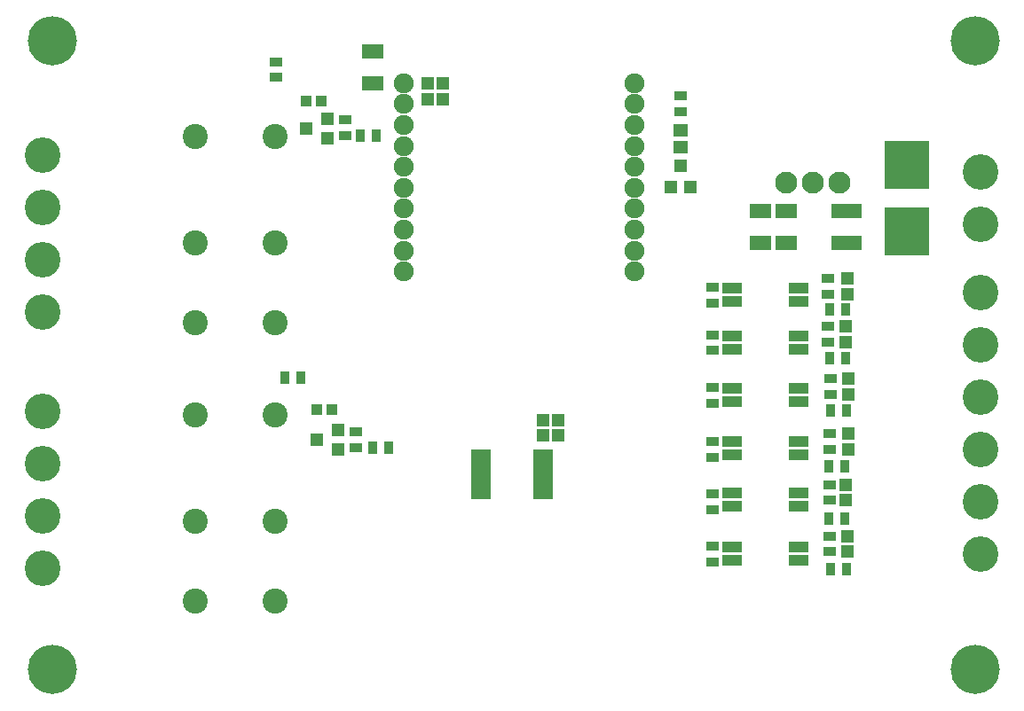
<source format=gbr>
G04 #@! TF.GenerationSoftware,KiCad,Pcbnew,(5.0.0-3-g5ebb6b6)*
G04 #@! TF.CreationDate,2018-09-16T20:50:52-07:00*
G04 #@! TF.ProjectId,controller_MK5,636F6E74726F6C6C65725F4D4B352E6B,rev?*
G04 #@! TF.SameCoordinates,Original*
G04 #@! TF.FileFunction,Soldermask,Top*
G04 #@! TF.FilePolarity,Negative*
%FSLAX46Y46*%
G04 Gerber Fmt 4.6, Leading zero omitted, Abs format (unit mm)*
G04 Created by KiCad (PCBNEW (5.0.0-3-g5ebb6b6)) date Sunday, September 16, 2018 at 08:50:52 PM*
%MOMM*%
%LPD*%
G01*
G04 APERTURE LIST*
%ADD10R,1.900000X1.000000*%
%ADD11C,2.400000*%
%ADD12R,4.210000X4.640000*%
%ADD13C,1.900000*%
%ADD14R,1.850000X0.850000*%
%ADD15R,1.400000X1.220000*%
%ADD16R,1.150000X1.200000*%
%ADD17R,1.200000X1.150000*%
%ADD18R,1.300000X0.900000*%
%ADD19R,0.900000X1.300000*%
%ADD20C,3.400000*%
%ADD21C,4.700000*%
%ADD22R,2.000000X1.400000*%
%ADD23R,2.900000X1.400000*%
%ADD24R,1.000000X1.100000*%
%ADD25R,1.200000X1.300000*%
%ADD26R,1.300000X1.200000*%
%ADD27C,2.100000*%
G04 APERTURE END LIST*
D10*
G04 #@! TO.C,U6*
X126225000Y-119735000D03*
X126225000Y-118465000D03*
X132575000Y-118465000D03*
X132575000Y-119735000D03*
G04 #@! TD*
G04 #@! TO.C,U5*
X126225000Y-124635000D03*
X126225000Y-123365000D03*
X132575000Y-123365000D03*
X132575000Y-124635000D03*
G04 #@! TD*
G04 #@! TO.C,U4*
X126225000Y-129735000D03*
X126225000Y-128465000D03*
X132575000Y-128465000D03*
X132575000Y-129735000D03*
G04 #@! TD*
G04 #@! TO.C,U10*
X126225000Y-105035000D03*
X126225000Y-103765000D03*
X132575000Y-103765000D03*
X132575000Y-105035000D03*
G04 #@! TD*
G04 #@! TO.C,U9*
X126225000Y-109635000D03*
X126225000Y-108365000D03*
X132575000Y-108365000D03*
X132575000Y-109635000D03*
G04 #@! TD*
G04 #@! TO.C,U8*
X126225000Y-114635000D03*
X126225000Y-113365000D03*
X132575000Y-113365000D03*
X132575000Y-114635000D03*
G04 #@! TD*
D11*
G04 #@! TO.C,U7*
X74990000Y-115890000D03*
X74990000Y-126050000D03*
X74990000Y-133670000D03*
X82610000Y-133670000D03*
X82610000Y-126050000D03*
X82610000Y-115890000D03*
G04 #@! TD*
G04 #@! TO.C,U11*
X74990000Y-89290000D03*
X74990000Y-99450000D03*
X74990000Y-107070000D03*
X82610000Y-107070000D03*
X82610000Y-99450000D03*
X82610000Y-89290000D03*
G04 #@! TD*
D12*
G04 #@! TO.C,F1*
X142900000Y-92010000D03*
X142900000Y-98390000D03*
G04 #@! TD*
D13*
G04 #@! TO.C,U1*
X116900000Y-84200000D03*
X94900000Y-84200000D03*
X116900000Y-86200000D03*
X94900000Y-86200000D03*
X116900000Y-88200000D03*
X94900000Y-88200000D03*
X116900000Y-90200000D03*
X94900000Y-90200000D03*
X116900000Y-92200000D03*
X94900000Y-92200000D03*
X116900000Y-94200000D03*
X94900000Y-94200000D03*
X116900000Y-96200000D03*
X94900000Y-96200000D03*
X116900000Y-98200000D03*
X94900000Y-98200000D03*
X116900000Y-100200000D03*
X94900000Y-100200000D03*
X116900000Y-102200000D03*
X94900000Y-102200000D03*
G04 #@! TD*
D14*
G04 #@! TO.C,U3*
X102250000Y-119650000D03*
X102250000Y-120300000D03*
X102250000Y-120950000D03*
X102250000Y-121600000D03*
X102250000Y-122250000D03*
X102250000Y-122900000D03*
X102250000Y-123550000D03*
X108150000Y-123550000D03*
X108150000Y-122900000D03*
X108150000Y-122250000D03*
X108150000Y-121600000D03*
X108150000Y-120950000D03*
X108150000Y-120300000D03*
X108150000Y-119650000D03*
G04 #@! TD*
D15*
G04 #@! TO.C,D3*
X121300000Y-90300000D03*
X121300000Y-88700000D03*
G04 #@! TD*
D16*
G04 #@! TO.C,C2*
X98600000Y-84250000D03*
X98600000Y-85750000D03*
G04 #@! TD*
G04 #@! TO.C,C3*
X97200000Y-85750000D03*
X97200000Y-84250000D03*
G04 #@! TD*
G04 #@! TO.C,C6*
X137200000Y-128950000D03*
X137200000Y-127450000D03*
G04 #@! TD*
G04 #@! TO.C,C7*
X137100000Y-122550000D03*
X137100000Y-124050000D03*
G04 #@! TD*
G04 #@! TO.C,C8*
X137300000Y-117650000D03*
X137300000Y-119150000D03*
G04 #@! TD*
D17*
G04 #@! TO.C,C9*
X108150000Y-116400000D03*
X109650000Y-116400000D03*
G04 #@! TD*
G04 #@! TO.C,C10*
X109650000Y-117800000D03*
X108150000Y-117800000D03*
G04 #@! TD*
D16*
G04 #@! TO.C,C11*
X137300000Y-112450000D03*
X137300000Y-113950000D03*
G04 #@! TD*
G04 #@! TO.C,C12*
X137100000Y-108950000D03*
X137100000Y-107450000D03*
G04 #@! TD*
G04 #@! TO.C,C13*
X137200000Y-104350000D03*
X137200000Y-102850000D03*
G04 #@! TD*
D18*
G04 #@! TO.C,R1*
X121300000Y-85450000D03*
X121300000Y-86950000D03*
G04 #@! TD*
D19*
G04 #@! TO.C,R2*
X137150000Y-130600000D03*
X135650000Y-130600000D03*
G04 #@! TD*
G04 #@! TO.C,R3*
X136950000Y-125800000D03*
X135450000Y-125800000D03*
G04 #@! TD*
G04 #@! TO.C,R4*
X135450000Y-120800000D03*
X136950000Y-120800000D03*
G04 #@! TD*
D18*
G04 #@! TO.C,R5*
X135500000Y-127450000D03*
X135500000Y-128950000D03*
G04 #@! TD*
G04 #@! TO.C,R6*
X135500000Y-122550000D03*
X135500000Y-124050000D03*
G04 #@! TD*
G04 #@! TO.C,R7*
X135500000Y-119150000D03*
X135500000Y-117650000D03*
G04 #@! TD*
D19*
G04 #@! TO.C,R8*
X91950000Y-119000000D03*
X93450000Y-119000000D03*
G04 #@! TD*
G04 #@! TO.C,R9*
X85050000Y-112300000D03*
X83550000Y-112300000D03*
G04 #@! TD*
D18*
G04 #@! TO.C,R10*
X124400000Y-128450000D03*
X124400000Y-129950000D03*
G04 #@! TD*
G04 #@! TO.C,R11*
X124400000Y-123450000D03*
X124400000Y-124950000D03*
G04 #@! TD*
G04 #@! TO.C,R12*
X124400000Y-118450000D03*
X124400000Y-119950000D03*
G04 #@! TD*
D19*
G04 #@! TO.C,R13*
X137150000Y-115500000D03*
X135650000Y-115500000D03*
G04 #@! TD*
G04 #@! TO.C,R14*
X135550000Y-110500000D03*
X137050000Y-110500000D03*
G04 #@! TD*
G04 #@! TO.C,R15*
X135550000Y-105800000D03*
X137050000Y-105800000D03*
G04 #@! TD*
D18*
G04 #@! TO.C,R16*
X135600000Y-112450000D03*
X135600000Y-113950000D03*
G04 #@! TD*
G04 #@! TO.C,R17*
X135400000Y-108950000D03*
X135400000Y-107450000D03*
G04 #@! TD*
G04 #@! TO.C,R18*
X135400000Y-104350000D03*
X135400000Y-102850000D03*
G04 #@! TD*
G04 #@! TO.C,R20*
X82700000Y-83650000D03*
X82700000Y-82150000D03*
G04 #@! TD*
G04 #@! TO.C,R21*
X124400000Y-114750000D03*
X124400000Y-113250000D03*
G04 #@! TD*
G04 #@! TO.C,R22*
X124400000Y-108250000D03*
X124400000Y-109750000D03*
G04 #@! TD*
G04 #@! TO.C,R23*
X124400000Y-105200000D03*
X124400000Y-103700000D03*
G04 #@! TD*
G04 #@! TO.C,R24*
X90300000Y-117500000D03*
X90300000Y-119000000D03*
G04 #@! TD*
G04 #@! TO.C,R27*
X89300000Y-87700000D03*
X89300000Y-89200000D03*
G04 #@! TD*
D20*
G04 #@! TO.C,J1*
X149900000Y-92700000D03*
X149900000Y-97700000D03*
G04 #@! TD*
G04 #@! TO.C,J4*
X60400000Y-91050000D03*
X60400000Y-96050000D03*
X60400000Y-101050000D03*
X60400000Y-106050000D03*
G04 #@! TD*
G04 #@! TO.C,J5*
X60400000Y-130550000D03*
X60400000Y-125550000D03*
X60400000Y-120550000D03*
X60400000Y-115550000D03*
G04 #@! TD*
G04 #@! TO.C,J6*
X149900000Y-104200000D03*
X149900000Y-109200000D03*
X149900000Y-114200000D03*
X149900000Y-119200000D03*
X149900000Y-124200000D03*
X149900000Y-129200000D03*
G04 #@! TD*
D19*
G04 #@! TO.C,R29*
X90750000Y-89200000D03*
X92250000Y-89200000D03*
G04 #@! TD*
D21*
G04 #@! TO.C,J2*
X149400000Y-140200000D03*
G04 #@! TD*
G04 #@! TO.C,J7*
X149400000Y-80200000D03*
G04 #@! TD*
G04 #@! TO.C,J8*
X61400000Y-140200000D03*
G04 #@! TD*
G04 #@! TO.C,J9*
X61400000Y-80200000D03*
G04 #@! TD*
D22*
G04 #@! TO.C,C1*
X131400000Y-99450000D03*
X131400000Y-96450000D03*
G04 #@! TD*
D23*
G04 #@! TO.C,C4*
X137150000Y-99450000D03*
X137150000Y-96450000D03*
G04 #@! TD*
D22*
G04 #@! TO.C,C5*
X91900000Y-84200000D03*
X91900000Y-81200000D03*
G04 #@! TD*
G04 #@! TO.C,C14*
X128900000Y-99450000D03*
X128900000Y-96450000D03*
G04 #@! TD*
D24*
G04 #@! TO.C,D7*
X86600000Y-115400000D03*
X88000000Y-115400000D03*
G04 #@! TD*
G04 #@! TO.C,D12*
X87000000Y-85900000D03*
X85600000Y-85900000D03*
G04 #@! TD*
D25*
G04 #@! TO.C,Q1*
X120350000Y-94100000D03*
X122250000Y-94100000D03*
X121300000Y-92100000D03*
G04 #@! TD*
D26*
G04 #@! TO.C,Q2*
X86600000Y-118250000D03*
X88600000Y-117300000D03*
X88600000Y-119200000D03*
G04 #@! TD*
G04 #@! TO.C,Q3*
X85600000Y-88550000D03*
X87600000Y-87600000D03*
X87600000Y-89500000D03*
G04 #@! TD*
D27*
G04 #@! TO.C,U2*
X136440000Y-93700000D03*
X133900000Y-93700000D03*
X131360000Y-93700000D03*
G04 #@! TD*
M02*

</source>
